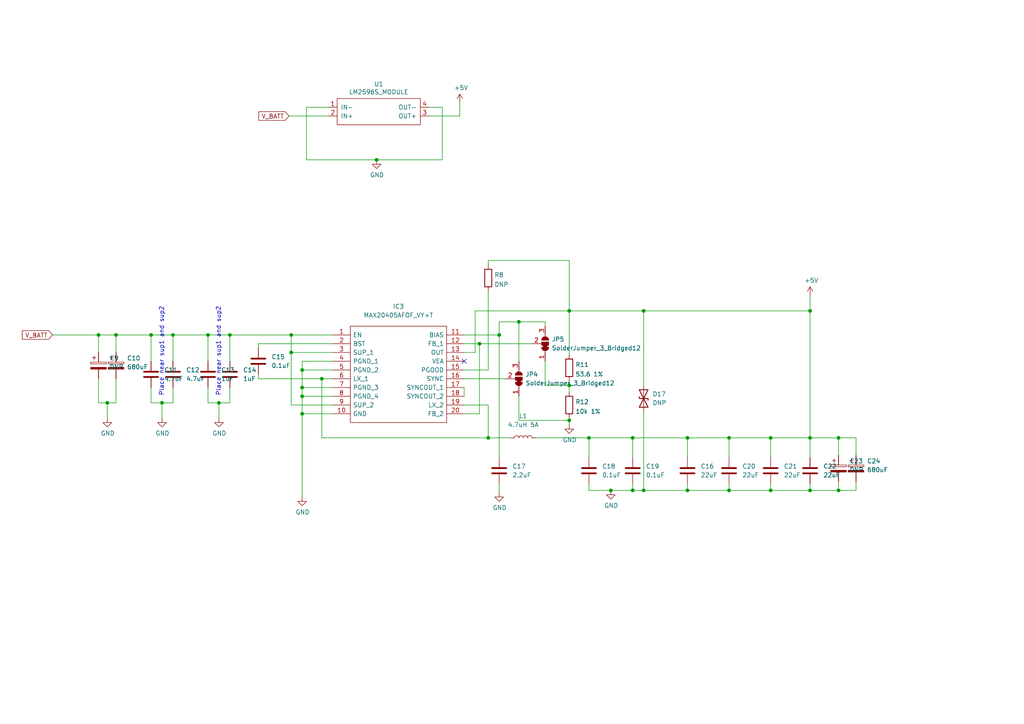
<source format=kicad_sch>
(kicad_sch (version 20211123) (generator eeschema)
  (paper "A4")
  (lib_symbols
    (symbol "Device:C" (pin_numbers hide) (pin_names (offset 0.254))
      (property "Reference" "C" (at 0.635 2.54 0))
      (property "Value" "C" (at 0.635 -2.54 0))
      (symbol "C_0_1"
        (polyline (pts (xy -2.032 -0.762) (xy 2.032 -0.762)) (stroke (width 0.508)))
        (polyline (pts (xy -2.032 0.762) (xy 2.032 0.762)) (stroke (width 0.508)))
      )
      (symbol "C_1_1"
        (pin passive line (at 0 3.81 270) (length 2.794) (name "~") (number "1"))
        (pin passive line (at 0 -3.81 90) (length 2.794) (name "~") (number "2"))
      )
    )
    (symbol "Device:C_Polarized" (pin_numbers hide) (pin_names (offset 0.254))
      (property "Reference" "C" (at 0.635 2.54 0))
      (property "Value" "C_Polarized" (at 0.635 -2.54 0))
      (symbol "C_Polarized_0_1"
        (rectangle (start -2.286 0.508) (end 2.286 1.016))
        (polyline (pts (xy -1.778 2.286) (xy -0.762 2.286)))
        (polyline (pts (xy -1.27 2.794) (xy -1.27 1.778)))
        (rectangle (start 2.286 -0.508) (end -2.286 -1.016) (fill (type outline)))
      )
      (symbol "C_Polarized_1_1"
        (pin passive line (at 0 3.81 270) (length 2.794) (name "~") (number "1"))
        (pin passive line (at 0 -3.81 90) (length 2.794) (name "~") (number "2"))
      )
    )
    (symbol "Device:D_TVS" (pin_numbers hide) (pin_names (offset 1.016) hide)
      (property "Reference" "D" (at 0 2.54 0))
      (property "Value" "D_TVS" (at 0 -2.54 0))
      (symbol "D_TVS_0_1"
        (polyline (pts (xy 1.27 0) (xy -1.27 0)))
        (polyline (pts (xy 0.508 1.27) (xy 0 1.27) (xy 0 -1.27) (xy -0.508 -1.27)) (stroke (width 0.254)))
        (polyline (pts (xy -2.54 1.27) (xy -2.54 -1.27) (xy 2.54 1.27) (xy 2.54 -1.27) (xy -2.54 1.27)) (stroke (width 0.254)))
      )
      (symbol "D_TVS_1_1"
        (pin passive line (at -3.81 0 0) (length 2.54) (name "A1") (number "1"))
        (pin passive line (at 3.81 0 180) (length 2.54) (name "A2") (number "2"))
      )
    )
    (symbol "Device:L" (pin_numbers hide) (pin_names (offset 1.016) hide)
      (property "Reference" "L" (at -1.27 0 90))
      (property "Value" "L" (at 1.905 0 90))
      (symbol "L_0_1"
        (arc (start 0 -2.54) (mid 0.635 -1.905) (end 0 -1.27))
        (arc (start 0 -1.27) (mid 0.635 -0.635) (end 0 0))
        (arc (start 0 0) (mid 0.635 0.635) (end 0 1.27))
        (arc (start 0 1.27) (mid 0.635 1.905) (end 0 2.54))
      )
      (symbol "L_1_1"
        (pin passive line (at 0 3.81 270) (length 1.27) (name "1") (number "1"))
        (pin passive line (at 0 -3.81 90) (length 1.27) (name "2") (number "2"))
      )
    )
    (symbol "Device:R" (pin_numbers hide) (pin_names (offset 0))
      (property "Reference" "R" (at 2.032 0 90))
      (property "Value" "R" (at 0 0 90))
      (symbol "R_0_1"
        (rectangle (start -1.016 -2.54) (end 1.016 2.54) (stroke (width 0.254)))
      )
      (symbol "R_1_1"
        (pin passive line (at 0 3.81 270) (length 1.27) (name "~") (number "1"))
        (pin passive line (at 0 -3.81 90) (length 1.27) (name "~") (number "2"))
      )
    )
    (symbol "Jumper:SolderJumper_3_Bridged12" (pin_names (offset 0) hide)
      (property "Reference" "JP" (at -2.54 -2.54 0))
      (property "Value" "SolderJumper_3_Bridged12" (at 0 2.794 0))
      (symbol "SolderJumper_3_Bridged12_0_1"
        (rectangle (start -1.016 0.508) (end -0.508 -0.508) (fill (type outline)))
        (arc (start -1.016 1.016) (mid -2.032 0) (end -1.016 -1.016))
        (arc (start -1.016 1.016) (mid -2.032 0) (end -1.016 -1.016) (fill (type outline)))
        (rectangle (start -0.508 1.016) (end 0.508 -1.016) (fill (type outline)))
        (polyline (pts (xy -2.54 0) (xy -2.032 0)))
        (polyline (pts (xy -1.016 1.016) (xy -1.016 -1.016)))
        (polyline (pts (xy 0 -1.27) (xy 0 -1.016)))
        (polyline (pts (xy 1.016 1.016) (xy 1.016 -1.016)))
        (polyline (pts (xy 2.54 0) (xy 2.032 0)))
        (arc (start 1.016 -1.016) (mid 2.032 0) (end 1.016 1.016))
        (arc (start 1.016 -1.016) (mid 2.032 0) (end 1.016 1.016) (fill (type outline)))
      )
      (symbol "SolderJumper_3_Bridged12_1_1"
        (pin passive line (at -5.08 0 0) (length 2.54) (name "A") (number "1"))
        (pin input line (at 0 -3.81 90) (length 2.54) (name "C") (number "2"))
        (pin passive line (at 5.08 0 180) (length 2.54) (name "B") (number "3"))
      )
    )
    (symbol "MAX2040:MAX20405AFOF_VY+T" (pin_names (offset 0.762))
      (property "Reference" "IC" (at 34.29 7.62 0))
      (property "Value" "MAX20405AFOF_VY+T" (at 34.29 5.08 0))
      (symbol "MAX20405AFOF_VY+T_0_0"
        (pin passive line (at 0 0 0) (length 5.08) (name "EN") (number "1"))
        (pin passive line (at 0 -22.86 0) (length 5.08) (name "GND") (number "10"))
        (pin passive line (at 38.1 0 180) (length 5.08) (name "BIAS") (number "11"))
        (pin passive line (at 38.1 -2.54 180) (length 5.08) (name "FB_1") (number "12"))
        (pin passive line (at 38.1 -5.08 180) (length 5.08) (name "OUT") (number "13"))
        (pin passive line (at 38.1 -7.62 180) (length 5.08) (name "VEA") (number "14"))
        (pin passive line (at 38.1 -10.16 180) (length 5.08) (name "PGOOD") (number "15"))
        (pin passive line (at 38.1 -12.7 180) (length 5.08) (name "SYNC") (number "16"))
        (pin passive line (at 38.1 -15.24 180) (length 5.08) (name "SYNCOUT_1") (number "17"))
        (pin passive line (at 38.1 -17.78 180) (length 5.08) (name "SYNCOUT_2") (number "18"))
        (pin passive line (at 38.1 -20.32 180) (length 5.08) (name "LX_2") (number "19"))
        (pin passive line (at 0 -2.54 0) (length 5.08) (name "BST") (number "2"))
        (pin passive line (at 38.1 -22.86 180) (length 5.08) (name "FB_2") (number "20"))
        (pin passive line (at 0 -5.08 0) (length 5.08) (name "SUP_1") (number "3"))
        (pin passive line (at 0 -7.62 0) (length 5.08) (name "PGND_1") (number "4"))
        (pin passive line (at 0 -10.16 0) (length 5.08) (name "PGND_2") (number "5"))
        (pin passive line (at 0 -12.7 0) (length 5.08) (name "LX_1") (number "6"))
        (pin passive line (at 0 -15.24 0) (length 5.08) (name "PGND_3") (number "7"))
        (pin passive line (at 0 -17.78 0) (length 5.08) (name "PGND_4") (number "8"))
        (pin passive line (at 0 -20.32 0) (length 5.08) (name "SUP_2") (number "9"))
      )
      (symbol "MAX20405AFOF_VY+T_0_1"
        (polyline (pts (xy 5.08 2.54) (xy 33.02 2.54) (xy 33.02 -25.4) (xy 5.08 -25.4) (xy 5.08 2.54)) (stroke (width 0.1524)))
      )
    )
    (symbol "MyModules:LM2596S_MODULE" (pin_names (offset 1.016))
      (property "Reference" "U" (at 0 0 0))
      (property "Value" "LM2596S_MODULE" (at 0 0 0))
      (symbol "LM2596S_MODULE_0_1"
        (rectangle (start 12.7 2.54) (end -11.43 10.16))
      )
      (symbol "LM2596S_MODULE_1_1"
        (pin power_in line (at 15.24 5.08 180) (length 2.54) (name "IN-") (number "1"))
        (pin power_in line (at 15.24 7.62 180) (length 2.54) (name "IN+") (number "2"))
        (pin power_out line (at -13.97 7.62 0) (length 2.54) (name "OUT+") (number "3"))
        (pin power_out line (at -13.97 5.08 0) (length 2.54) (name "OUT-") (number "4"))
      )
    )
    (symbol "power:+5V" (power) (pin_names (offset 0))
      (property "Value" "+5V" (at 0 3.556 0))
      (symbol "+5V_0_1"
        (polyline (pts (xy -0.762 1.27) (xy 0 2.54)))
        (polyline (pts (xy 0 0) (xy 0 2.54)))
        (polyline (pts (xy 0 2.54) (xy 0.762 1.27)))
      )
      (symbol "+5V_1_1"
        (pin power_in line (at 0 0 90) (length 0) hide (name "+5V") (number "1"))
      )
    )
    (symbol "power:GND" (power) (pin_names (offset 0))
      (property "Value" "GND" (at 0 -3.81 0))
      (symbol "GND_0_1"
        (polyline (pts (xy 0 0) (xy 0 -1.27) (xy 1.27 -1.27) (xy 0 -2.54) (xy -1.27 -1.27) (xy 0 -1.27)))
      )
      (symbol "GND_1_1"
        (pin power_in line (at 0 0 270) (length 0) hide (name "GND") (number "1"))
      )
    )
  )
  (junction (at 63.5 116.84))
  (junction (at 234.95 142.24))
  (junction (at 87.63 107.315))
  (junction (at 183.515 142.24))
  (junction (at 109.22 46.355))
  (junction (at 223.52 127))
  (junction (at 165.1 111.76))
  (junction (at 199.39 127))
  (junction (at 93.345 109.855))
  (junction (at 186.69 90.17))
  (junction (at 223.52 142.24))
  (junction (at 87.63 120.015))
  (junction (at 87.63 114.935))
  (junction (at 139.065 99.695))
  (junction (at 84.455 102.235))
  (junction (at 234.95 127))
  (junction (at 177.165 142.24))
  (junction (at 243.205 142.24))
  (junction (at 211.455 142.24))
  (junction (at 243.205 127))
  (junction (at 87.63 112.395))
  (junction (at 28.575 97.155))
  (junction (at 199.39 142.24))
  (junction (at 60.325 97.155))
  (junction (at 211.455 127))
  (junction (at 150.495 93.345))
  (junction (at 170.815 127))
  (junction (at 46.99 116.84))
  (junction (at 43.815 97.155))
  (junction (at 186.69 142.24))
  (junction (at 50.165 97.155))
  (junction (at 141.605 127))
  (junction (at 84.455 97.155))
  (junction (at 165.1 90.17))
  (junction (at 33.655 97.155))
  (junction (at 234.95 90.17))
  (junction (at 144.78 97.155))
  (junction (at 31.115 116.84))
  (junction (at 165.1 121.92))
  (junction (at 183.515 127))
  (junction (at 66.675 97.155))
  (no_connect (at 134.62 104.775))
  (wire (pts (xy 170.815 142.24) (xy 177.165 142.24)))
  (wire (pts (xy 84.455 102.235) (xy 84.455 117.475)))
  (wire (pts (xy 165.1 102.87) (xy 165.1 90.17)))
  (wire (pts (xy 183.515 132.715) (xy 183.515 127)))
  (wire (pts (xy 84.455 97.155) (xy 96.52 97.155)))
  (wire (pts (xy 141.605 75.565) (xy 165.1 75.565)))
  (wire (pts (xy 83.82 33.655) (xy 95.25 33.655)))
  (wire (pts (xy 50.165 112.395) (xy 50.165 116.84)))
  (wire (pts (xy 87.63 107.315) (xy 96.52 107.315)))
  (wire (pts (xy 186.69 90.17) (xy 186.69 111.76)))
  (wire (pts (xy 234.95 140.335) (xy 234.95 142.24)))
  (wire (pts (xy 87.63 112.395) (xy 96.52 112.395)))
  (wire (pts (xy 46.99 116.84) (xy 46.99 121.285)))
  (wire (pts (xy 165.1 90.17) (xy 186.69 90.17)))
  (wire (pts (xy 133.35 33.655) (xy 133.35 29.845)))
  (wire (pts (xy 211.455 142.24) (xy 199.39 142.24)))
  (wire (pts (xy 186.69 90.17) (xy 234.95 90.17)))
  (wire (pts (xy 234.95 127) (xy 243.205 127)))
  (wire (pts (xy 134.62 97.155) (xy 144.78 97.155)))
  (wire (pts (xy 170.815 127) (xy 183.515 127)))
  (wire (pts (xy 144.78 97.155) (xy 144.78 93.345)))
  (wire (pts (xy 93.345 127) (xy 141.605 127)))
  (wire (pts (xy 170.815 127) (xy 155.575 127)))
  (wire (pts (xy 134.62 109.855) (xy 146.685 109.855)))
  (wire (pts (xy 150.495 114.935) (xy 150.495 121.92)))
  (wire (pts (xy 177.165 142.24) (xy 183.515 142.24)))
  (wire (pts (xy 134.62 107.315) (xy 141.605 107.315)))
  (wire (pts (xy 128.27 31.115) (xy 128.27 46.355)))
  (wire (pts (xy 60.325 112.395) (xy 60.325 116.84)))
  (wire (pts (xy 223.52 142.24) (xy 211.455 142.24)))
  (wire (pts (xy 87.63 120.015) (xy 96.52 120.015)))
  (wire (pts (xy 124.46 31.115) (xy 128.27 31.115)))
  (wire (pts (xy 87.63 114.935) (xy 96.52 114.935)))
  (wire (pts (xy 199.39 142.24) (xy 186.69 142.24)))
  (wire (pts (xy 199.39 140.335) (xy 199.39 142.24)))
  (wire (pts (xy 137.795 90.17) (xy 165.1 90.17)))
  (wire (pts (xy 134.62 120.015) (xy 139.065 120.015)))
  (wire (pts (xy 243.205 127) (xy 248.285 127)))
  (wire (pts (xy 33.655 97.155) (xy 43.815 97.155)))
  (wire (pts (xy 199.39 127) (xy 211.455 127)))
  (wire (pts (xy 243.205 139.7) (xy 243.205 142.24)))
  (wire (pts (xy 66.675 116.84) (xy 63.5 116.84)))
  (wire (pts (xy 248.285 127) (xy 248.285 132.08)))
  (wire (pts (xy 87.63 112.395) (xy 87.63 114.935)))
  (wire (pts (xy 223.52 127) (xy 234.95 127)))
  (wire (pts (xy 144.78 97.155) (xy 144.78 132.715)))
  (wire (pts (xy 165.1 121.92) (xy 165.1 123.19)))
  (wire (pts (xy 124.46 33.655) (xy 133.35 33.655)))
  (wire (pts (xy 183.515 142.24) (xy 183.515 140.335)))
  (wire (pts (xy 74.93 109.855) (xy 93.345 109.855)))
  (wire (pts (xy 15.24 97.155) (xy 28.575 97.155)))
  (wire (pts (xy 96.52 117.475) (xy 84.455 117.475)))
  (wire (pts (xy 50.165 97.155) (xy 60.325 97.155)))
  (wire (pts (xy 141.605 117.475) (xy 141.605 127)))
  (wire (pts (xy 43.815 112.395) (xy 43.815 116.84)))
  (wire (pts (xy 139.065 120.015) (xy 139.065 99.695)))
  (wire (pts (xy 88.9 31.115) (xy 88.9 46.355)))
  (wire (pts (xy 93.345 109.855) (xy 93.345 127)))
  (wire (pts (xy 96.52 104.775) (xy 87.63 104.775)))
  (wire (pts (xy 134.62 99.695) (xy 139.065 99.695)))
  (wire (pts (xy 139.065 99.695) (xy 154.305 99.695)))
  (wire (pts (xy 87.63 120.015) (xy 87.63 144.145)))
  (wire (pts (xy 165.1 110.49) (xy 165.1 111.76)))
  (wire (pts (xy 63.5 116.84) (xy 60.325 116.84)))
  (wire (pts (xy 234.95 90.17) (xy 234.95 127)))
  (wire (pts (xy 31.115 116.84) (xy 31.115 121.285)))
  (wire (pts (xy 211.455 127) (xy 211.455 132.715)))
  (wire (pts (xy 87.63 107.315) (xy 87.63 112.395)))
  (wire (pts (xy 96.52 99.695) (xy 74.93 99.695)))
  (wire (pts (xy 234.95 85.725) (xy 234.95 90.17)))
  (wire (pts (xy 141.605 107.315) (xy 141.605 84.455)))
  (wire (pts (xy 248.285 139.7) (xy 248.285 142.24)))
  (wire (pts (xy 46.99 116.84) (xy 43.815 116.84)))
  (wire (pts (xy 60.325 97.155) (xy 60.325 104.775)))
  (wire (pts (xy 28.575 102.235) (xy 28.575 97.155)))
  (wire (pts (xy 84.455 97.155) (xy 84.455 102.235)))
  (wire (pts (xy 134.62 117.475) (xy 141.605 117.475)))
  (wire (pts (xy 87.63 114.935) (xy 87.63 120.015)))
  (wire (pts (xy 84.455 102.235) (xy 96.52 102.235)))
  (wire (pts (xy 96.52 109.855) (xy 93.345 109.855)))
  (wire (pts (xy 186.69 142.24) (xy 183.515 142.24)))
  (wire (pts (xy 199.39 127) (xy 199.39 132.715)))
  (wire (pts (xy 170.815 140.335) (xy 170.815 142.24)))
  (wire (pts (xy 109.22 46.355) (xy 88.9 46.355)))
  (wire (pts (xy 28.575 116.84) (xy 31.115 116.84)))
  (wire (pts (xy 128.27 46.355) (xy 109.22 46.355)))
  (wire (pts (xy 144.78 140.335) (xy 144.78 142.875)))
  (wire (pts (xy 158.115 94.615) (xy 158.115 93.345)))
  (wire (pts (xy 183.515 127) (xy 199.39 127)))
  (wire (pts (xy 28.575 97.155) (xy 33.655 97.155)))
  (wire (pts (xy 243.205 132.08) (xy 243.205 127)))
  (wire (pts (xy 150.495 121.92) (xy 165.1 121.92)))
  (wire (pts (xy 43.815 97.155) (xy 43.815 104.775)))
  (wire (pts (xy 134.62 102.235) (xy 137.795 102.235)))
  (wire (pts (xy 248.285 142.24) (xy 243.205 142.24)))
  (wire (pts (xy 134.62 112.395) (xy 134.62 114.935)))
  (wire (pts (xy 60.325 97.155) (xy 66.675 97.155)))
  (wire (pts (xy 234.95 127) (xy 234.95 132.715)))
  (wire (pts (xy 211.455 140.335) (xy 211.455 142.24)))
  (wire (pts (xy 50.165 116.84) (xy 46.99 116.84)))
  (wire (pts (xy 234.95 142.24) (xy 243.205 142.24)))
  (wire (pts (xy 63.5 116.84) (xy 63.5 121.285)))
  (wire (pts (xy 74.93 108.585) (xy 74.93 109.855)))
  (wire (pts (xy 150.495 93.345) (xy 158.115 93.345)))
  (wire (pts (xy 186.69 119.38) (xy 186.69 142.24)))
  (wire (pts (xy 234.95 142.24) (xy 223.52 142.24)))
  (wire (pts (xy 66.675 112.395) (xy 66.675 116.84)))
  (wire (pts (xy 165.1 111.76) (xy 165.1 113.665)))
  (wire (pts (xy 165.1 75.565) (xy 165.1 90.17)))
  (wire (pts (xy 150.495 93.345) (xy 150.495 104.775)))
  (wire (pts (xy 28.575 109.855) (xy 28.575 116.84)))
  (wire (pts (xy 158.115 111.76) (xy 165.1 111.76)))
  (wire (pts (xy 137.795 102.235) (xy 137.795 90.17)))
  (wire (pts (xy 95.25 31.115) (xy 88.9 31.115)))
  (wire (pts (xy 33.655 116.84) (xy 33.655 109.855)))
  (wire (pts (xy 223.52 127) (xy 223.52 132.715)))
  (wire (pts (xy 144.78 93.345) (xy 150.495 93.345)))
  (wire (pts (xy 66.675 97.155) (xy 84.455 97.155)))
  (wire (pts (xy 165.1 121.285) (xy 165.1 121.92)))
  (wire (pts (xy 33.655 97.155) (xy 33.655 102.235)))
  (wire (pts (xy 74.93 99.695) (xy 74.93 100.965)))
  (wire (pts (xy 31.115 116.84) (xy 33.655 116.84)))
  (wire (pts (xy 223.52 140.335) (xy 223.52 142.24)))
  (wire (pts (xy 158.115 104.775) (xy 158.115 111.76)))
  (wire (pts (xy 87.63 104.775) (xy 87.63 107.315)))
  (wire (pts (xy 211.455 127) (xy 223.52 127)))
  (wire (pts (xy 66.675 97.155) (xy 66.675 104.775)))
  (wire (pts (xy 50.165 97.155) (xy 50.165 104.775)))
  (wire (pts (xy 43.815 97.155) (xy 50.165 97.155)))
  (wire (pts (xy 170.815 132.715) (xy 170.815 127)))
  (wire (pts (xy 141.605 76.835) (xy 141.605 75.565)))
  (wire (pts (xy 141.605 127) (xy 147.955 127)))
  (text "Place near sup1 and sup2" (at 64.135 114.935 90) (effects (font (size 1.27 1.27)) (justify left bottom)))
  (text "Place near sup1 and sup2" (at 47.625 114.935 90) (effects (font (size 1.27 1.27)) (justify left bottom)))
  (global_label "V_BATT" (shape input) (at 15.24 97.155 180) (property "Intersheet References" "${INTERSHEET_REFS}" (effects hide)))
  (global_label "V_BATT" (shape input) (at 83.82 33.655 180) (property "Intersheet References" "${INTERSHEET_REFS}" (effects hide)))
  (symbol (lib_id "Device:C") (at 74.93 104.775 0) (unit 1)
    (property "Reference" "C15" (at 78.74 103.5049 0) (effects (justify left)))
    (property "Value" "0.1uF" (at 78.74 106.0449 0) (effects (justify left)))
    (property "Footprint" "Capacitor_SMD:C_0603_1608Metric" (effects hide))
  )
  (symbol (lib_id "Device:R") (at 165.1 117.475 180) (unit 1)
    (property "Reference" "R12" (at 166.878 116.5665 0) (effects (justify right)))
    (property "Value" "10k 1%" (at 166.878 119.3416 0) (effects (justify right)))
    (property "Footprint" "Resistor_SMD:R_0805_2012Metric_Pad1.20x1.40mm_HandSolder" (effects hide))
  )
  (symbol (lib_id "Device:C_Polarized") (at 28.575 106.045 0) (unit 1)
    (property "Reference" "C9" (at 31.75 103.8859 0) (effects (justify left)))
    (property "Value" "DNP" (at 31.75 106.4259 0) (effects (justify left)))
    (property "Footprint" "Capacitor_SMD:CP_Elec_10x12.5" (effects hide))
  )
  (symbol (lib_id "Device:C") (at 43.815 108.585 0) (unit 1)
    (property "Reference" "C11" (at 47.625 107.3149 0) (effects (justify left)))
    (property "Value" "4.7uF" (at 47.625 109.8549 0) (effects (justify left)))
    (property "Footprint" "Capacitor_SMD:C_1206_3216Metric" (effects hide))
  )
  (symbol (lib_id "Device:C_Polarized") (at 33.655 106.045 0) (unit 1)
    (property "Reference" "C10" (at 36.83 103.8859 0) (effects (justify left)))
    (property "Value" "680uF" (at 36.83 106.4259 0) (effects (justify left)))
    (property "Footprint" "Capacitor_SMD:CP_Elec_10x12.5" (effects hide))
  )
  (symbol (lib_id "Device:R") (at 141.605 80.645 180) (unit 1)
    (property "Reference" "R8" (at 143.383 79.7365 0) (effects (justify right)))
    (property "Value" "DNP" (at 143.383 82.5116 0) (effects (justify right)))
    (property "Footprint" "Resistor_SMD:R_0805_2012Metric_Pad1.20x1.40mm_HandSolder" (effects hide))
  )
  (symbol (lib_id "Device:L") (at 151.765 127 90) (unit 1)
    (property "Reference" "L1" (at 151.765 120.65 90))
    (property "Value" "4.7uH 5A" (at 151.765 123.19 90))
    (property "Footprint" "Inductor_SMD:L_Vishay_IHLP-2525" (effects hide))
  )
  (symbol (lib_id "Jumper:SolderJumper_3_Bridged12") (at 150.495 109.855 270) (mirror x) (unit 1)
    (property "Reference" "JP4" (at 152.4 108.5849 90) (effects (justify left)))
    (property "Value" "SolderJumper_3_Bridged12" (at 152.4 111.1249 90) (effects (justify left)))
    (property "Footprint" "Jumper:SolderJumper-3_P1.3mm_Bridged12_Pad1.0x1.5mm" (effects hide))
  )
  (symbol (lib_id "Device:C_Polarized") (at 243.205 135.89 0) (unit 1)
    (property "Reference" "C23" (at 246.38 133.7309 0) (effects (justify left)))
    (property "Value" "DNP" (at 246.38 136.2709 0) (effects (justify left)))
    (property "Footprint" "Capacitor_SMD:CP_Elec_10x12.5" (effects hide))
  )
  (symbol (lib_id "MyModules:LM2596S_MODULE") (at 110.49 26.035 180) (unit 1)
    (property "Reference" "U1" (at 109.855 24.384 0))
    (property "Value" "LM2596S_MODULE" (at 109.855 26.6954 0))
    (property "Footprint" "MyModules:LM2596S_MODULE" (effects hide))
  )
  (symbol (lib_id "Device:C") (at 199.39 136.525 0) (unit 1)
    (property "Reference" "C16" (at 203.2 135.2549 0) (effects (justify left)))
    (property "Value" "22uF" (at 203.2 137.7949 0) (effects (justify left)))
    (property "Footprint" "Capacitor_SMD:C_1206_3216Metric" (effects hide))
  )
  (symbol (lib_id "MAX2040:MAX20405AFOF_VY+T") (at 96.52 97.155 0) (unit 1)
    (property "Reference" "IC3" (at 115.57 88.9 0))
    (property "Value" "MAX20405AFOF_VY+T" (at 115.57 91.44 0))
    (property "Footprint" "MAX2040:MAX2040" (effects hide))
    (property "Datasheet" "http://www.maximintegrated.com/MAX20405" (effects hide))
    (property "Description" "36V 4A/5A/6A Sync Low Iq Buck Converter in P90" (effects hide))
    (property "Height" "0.8" (effects hide))
    (property "Manufacturer_Name" "Maxim Integrated" (effects hide))
    (property "Manufacturer_Part_Number" "MAX20405AFOF/VY+T" (effects hide))
  )
  (symbol (lib_id "Device:C") (at 144.78 136.525 0) (unit 1)
    (property "Reference" "C17" (at 148.59 135.2549 0) (effects (justify left)))
    (property "Value" "2.2uF" (at 148.59 137.7949 0) (effects (justify left)))
    (property "Footprint" "Capacitor_SMD:C_0603_1608Metric" (effects hide))
  )
  (symbol (lib_id "Device:C") (at 211.455 136.525 0) (unit 1)
    (property "Reference" "C20" (at 215.265 135.2549 0) (effects (justify left)))
    (property "Value" "22uF" (at 215.265 137.7949 0) (effects (justify left)))
    (property "Footprint" "Capacitor_SMD:C_1206_3216Metric" (effects hide))
  )
  (symbol (lib_id "Jumper:SolderJumper_3_Bridged12") (at 158.115 99.695 270) (mirror x) (unit 1)
    (property "Reference" "JP5" (at 160.02 98.4249 90) (effects (justify left)))
    (property "Value" "SolderJumper_3_Bridged12" (at 160.02 100.9649 90) (effects (justify left)))
    (property "Footprint" "Jumper:SolderJumper-3_P1.3mm_Bridged12_Pad1.0x1.5mm" (effects hide))
  )
  (symbol (lib_id "power:GND") (at 165.1 123.19 0) (unit 1)
    (property "Reference" "#PWR0135" (effects hide))
    (property "Value" "GND" (at 165.227 127.5842 0))
  )
  (symbol (lib_id "power:GND") (at 87.63 144.145 0) (unit 1)
    (property "Reference" "#PWR0126" (effects hide))
    (property "Value" "GND" (at 87.757 148.5392 0))
  )
  (symbol (lib_id "power:GND") (at 46.99 121.285 0) (unit 1)
    (property "Reference" "#PWR0167" (effects hide))
    (property "Value" "GND" (at 47.117 125.6792 0))
  )
  (symbol (lib_id "Device:D_TVS") (at 186.69 115.57 90) (unit 1)
    (property "Reference" "D17" (at 189.23 114.2999 90) (effects (justify right)))
    (property "Value" "DNP" (at 189.23 116.8399 90) (effects (justify right)))
    (property "Footprint" "Diode_SMD:D_0402_1005Metric_Pad0.77x0.64mm_HandSolder" (effects hide))
  )
  (symbol (lib_id "Device:C") (at 223.52 136.525 0) (unit 1)
    (property "Reference" "C21" (at 227.33 135.2549 0) (effects (justify left)))
    (property "Value" "22uF" (at 227.33 137.7949 0) (effects (justify left)))
    (property "Footprint" "Capacitor_SMD:C_1206_3216Metric" (effects hide))
  )
  (symbol (lib_id "Device:C") (at 66.675 108.585 0) (unit 1)
    (property "Reference" "C14" (at 70.485 107.3149 0) (effects (justify left)))
    (property "Value" "1uF" (at 70.485 109.8549 0) (effects (justify left)))
    (property "Footprint" "Capacitor_SMD:C_0805_2012Metric" (effects hide))
  )
  (symbol (lib_id "power:+5V") (at 133.35 29.845 0) (unit 1)
    (property "Reference" "#PWR0107" (effects hide))
    (property "Value" "+5V" (at 133.731 25.4508 0))
  )
  (symbol (lib_id "Device:C") (at 50.165 108.585 0) (unit 1)
    (property "Reference" "C12" (at 53.975 107.3149 0) (effects (justify left)))
    (property "Value" "4.7uF" (at 53.975 109.8549 0) (effects (justify left)))
    (property "Footprint" "Capacitor_SMD:C_1206_3216Metric" (effects hide))
  )
  (symbol (lib_id "power:GND") (at 109.22 46.355 0) (unit 1)
    (property "Reference" "#PWR0106" (effects hide))
    (property "Value" "GND" (at 109.347 50.7492 0))
  )
  (symbol (lib_id "power:GND") (at 63.5 121.285 0) (unit 1)
    (property "Reference" "#PWR0125" (effects hide))
    (property "Value" "GND" (at 63.627 125.6792 0))
  )
  (symbol (lib_id "power:GND") (at 177.165 142.24 0) (unit 1)
    (property "Reference" "#PWR0169" (effects hide))
    (property "Value" "GND" (at 177.292 146.6342 0))
  )
  (symbol (lib_id "Device:C") (at 170.815 136.525 0) (unit 1)
    (property "Reference" "C18" (at 174.625 135.2549 0) (effects (justify left)))
    (property "Value" "0.1uF" (at 174.625 137.7949 0) (effects (justify left)))
    (property "Footprint" "Capacitor_SMD:C_0603_1608Metric" (effects hide))
  )
  (symbol (lib_id "Device:C") (at 183.515 136.525 0) (unit 1)
    (property "Reference" "C19" (at 187.325 135.2549 0) (effects (justify left)))
    (property "Value" "0.1uF" (at 187.325 137.7949 0) (effects (justify left)))
    (property "Footprint" "Capacitor_SMD:C_0603_1608Metric" (effects hide))
  )
  (symbol (lib_id "Device:C") (at 234.95 136.525 0) (unit 1)
    (property "Reference" "C22" (at 238.76 135.2549 0) (effects (justify left)))
    (property "Value" "22uF" (at 238.76 137.7949 0) (effects (justify left)))
    (property "Footprint" "Capacitor_SMD:C_1206_3216Metric" (effects hide))
  )
  (symbol (lib_id "power:+5V") (at 234.95 85.725 0) (unit 1)
    (property "Reference" "#PWR0166" (effects hide))
    (property "Value" "+5V" (at 235.331 81.3308 0))
  )
  (symbol (lib_id "Device:C") (at 60.325 108.585 0) (unit 1)
    (property "Reference" "C13" (at 64.135 107.3149 0) (effects (justify left)))
    (property "Value" "1uF" (at 64.135 109.8549 0) (effects (justify left)))
    (property "Footprint" "Capacitor_SMD:C_0805_2012Metric" (effects hide))
  )
  (symbol (lib_id "Device:R") (at 165.1 106.68 180) (unit 1)
    (property "Reference" "R11" (at 166.878 105.7715 0) (effects (justify right)))
    (property "Value" "53.6 1%" (at 166.878 108.5466 0) (effects (justify right)))
    (property "Footprint" "Resistor_SMD:R_0805_2012Metric_Pad1.20x1.40mm_HandSolder" (effects hide))
  )
  (symbol (lib_id "Device:C_Polarized") (at 248.285 135.89 0) (unit 1)
    (property "Reference" "C24" (at 251.46 133.7309 0) (effects (justify left)))
    (property "Value" "680uF" (at 251.46 136.2709 0) (effects (justify left)))
    (property "Footprint" "Capacitor_SMD:CP_Elec_10x12.5" (effects hide))
  )
  (symbol (lib_id "power:GND") (at 144.78 142.875 0) (unit 1)
    (property "Reference" "#PWR0124" (effects hide))
    (property "Value" "GND" (at 144.907 147.2692 0))
  )
  (symbol (lib_id "power:GND") (at 31.115 121.285 0) (unit 1)
    (property "Reference" "#PWR0168" (effects hide))
    (property "Value" "GND" (at 31.242 125.6792 0))
  )
)
</source>
